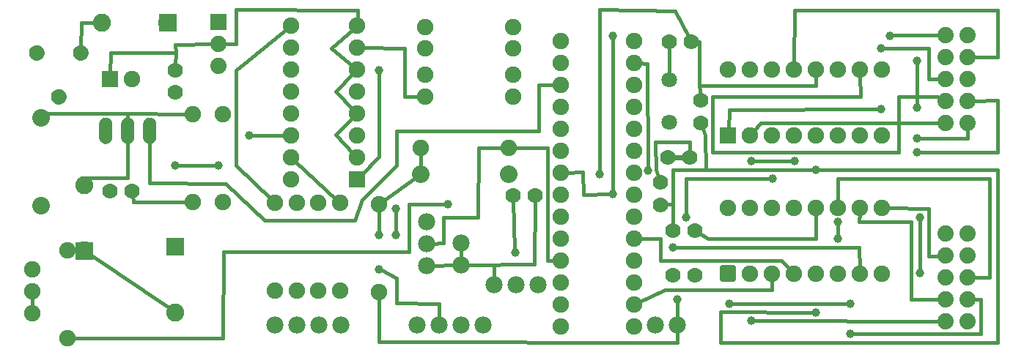
<source format=gtl>
G04 MADE WITH FRITZING*
G04 WWW.FRITZING.ORG*
G04 DOUBLE SIDED*
G04 HOLES PLATED*
G04 CONTOUR ON CENTER OF CONTOUR VECTOR*
%ASAXBY*%
%FSLAX23Y23*%
%MOIN*%
%OFA0B0*%
%SFA1.0B1.0*%
%ADD10C,0.039370*%
%ADD11C,0.070925*%
%ADD12C,0.070866*%
%ADD13C,0.070000*%
%ADD14C,0.082000*%
%ADD15C,0.078000*%
%ADD16C,0.075000*%
%ADD17C,0.074000*%
%ADD18C,0.060000*%
%ADD19C,0.080000*%
%ADD20C,0.074667*%
%ADD21C,0.074695*%
%ADD22R,0.082000X0.082000*%
%ADD23R,0.075000X0.075000*%
%ADD24R,0.000150X0.000150*%
%ADD25C,0.024000*%
%ADD26C,0.016000*%
%ADD27C,0.020000*%
%ADD28R,0.001000X0.001000*%
%LNCOPPER1*%
G90*
G70*
G54D10*
X2305Y449D03*
X3044Y234D03*
G54D11*
X3005Y1041D03*
G54D12*
X3005Y1234D03*
G54D13*
X3101Y880D03*
X3001Y880D03*
X3105Y1407D03*
X3005Y1407D03*
G54D10*
X4134Y966D03*
X4134Y1108D03*
X4008Y1435D03*
X4134Y903D03*
X3970Y1377D03*
X3379Y864D03*
X3575Y864D03*
X3279Y215D03*
X3831Y215D03*
X3831Y76D03*
X3772Y589D03*
X3772Y510D03*
X4146Y608D03*
X4146Y353D03*
X1686Y1277D03*
X1095Y982D03*
X957Y844D03*
X760Y844D03*
X3674Y825D03*
X2749Y1435D03*
X2749Y714D03*
X3083Y608D03*
X3477Y785D03*
X2910Y821D03*
X3379Y136D03*
X3674Y175D03*
X1764Y648D03*
X1764Y529D03*
X1686Y529D03*
X3969Y1100D03*
X3024Y470D03*
X2001Y667D03*
X2690Y805D03*
X1686Y372D03*
X4134Y1321D03*
G54D13*
X3022Y549D03*
X3123Y549D03*
X3150Y1039D03*
X3150Y1140D03*
G54D14*
X760Y475D03*
X760Y175D03*
G54D15*
X1512Y116D03*
X1412Y116D03*
X1312Y116D03*
X1212Y116D03*
X2409Y301D03*
X2309Y301D03*
X2209Y301D03*
X2944Y116D03*
X3044Y116D03*
X2060Y492D03*
X2060Y392D03*
X1902Y588D03*
X1902Y488D03*
X1902Y388D03*
G54D16*
X1876Y923D03*
X2276Y923D03*
X977Y1079D03*
X977Y679D03*
G54D17*
X4264Y1438D03*
X4364Y1438D03*
X4264Y1338D03*
X4364Y1338D03*
X4264Y1238D03*
X4364Y1238D03*
X4264Y1138D03*
X4364Y1138D03*
X4264Y1038D03*
X4364Y1038D03*
X4264Y1438D03*
X4364Y1438D03*
X4264Y1338D03*
X4364Y1338D03*
X4264Y1238D03*
X4364Y1238D03*
X4264Y1138D03*
X4364Y1138D03*
X4264Y1038D03*
X4364Y1038D03*
X4264Y533D03*
X4364Y533D03*
X4264Y433D03*
X4364Y433D03*
X4264Y333D03*
X4364Y333D03*
X4264Y233D03*
X4364Y233D03*
X4264Y133D03*
X4364Y133D03*
X4264Y533D03*
X4364Y533D03*
X4264Y433D03*
X4364Y433D03*
X4264Y333D03*
X4364Y333D03*
X4264Y233D03*
X4364Y233D03*
X4264Y133D03*
X4364Y133D03*
G54D15*
X1860Y116D03*
X1960Y116D03*
X2060Y116D03*
X2160Y116D03*
G54D16*
X2845Y111D03*
X2845Y211D03*
X2845Y311D03*
X2845Y411D03*
X2845Y511D03*
X2845Y611D03*
X2845Y711D03*
X2845Y811D03*
X2845Y911D03*
X2845Y1011D03*
X2845Y1111D03*
X2845Y1211D03*
X2845Y1311D03*
X2512Y1411D03*
X2512Y1311D03*
X2512Y1211D03*
X2512Y1111D03*
X2512Y1011D03*
X2512Y911D03*
X2512Y811D03*
X2512Y711D03*
X2512Y611D03*
X2512Y511D03*
X2512Y411D03*
X2512Y311D03*
X2512Y211D03*
X2512Y111D03*
X2845Y1411D03*
X2845Y111D03*
X2845Y211D03*
X2845Y311D03*
X2845Y411D03*
X2845Y511D03*
X2845Y611D03*
X2845Y711D03*
X2845Y811D03*
X2845Y911D03*
X2845Y1011D03*
X2845Y1111D03*
X2845Y1211D03*
X2845Y1311D03*
X2512Y1411D03*
X2512Y1311D03*
X2512Y1211D03*
X2512Y1111D03*
X2512Y1011D03*
X2512Y911D03*
X2512Y811D03*
X2512Y711D03*
X2512Y611D03*
X2512Y511D03*
X2512Y411D03*
X2512Y311D03*
X2512Y211D03*
X2512Y111D03*
X2845Y1411D03*
G54D17*
X957Y1497D03*
X957Y1397D03*
X957Y1297D03*
X957Y1497D03*
X957Y1397D03*
X957Y1297D03*
G54D16*
X1587Y781D03*
X1287Y781D03*
X1587Y881D03*
X1287Y881D03*
X1587Y981D03*
X1287Y981D03*
X1587Y1081D03*
X1287Y1081D03*
X1587Y1181D03*
X1287Y1181D03*
X1587Y1281D03*
X1287Y1281D03*
X1587Y1381D03*
X1287Y1381D03*
X1587Y1481D03*
X1287Y1481D03*
G54D13*
X331Y1356D03*
X131Y1356D03*
X231Y1156D03*
G54D16*
X3274Y352D03*
X3274Y652D03*
X3374Y352D03*
X3374Y652D03*
X3474Y352D03*
X3474Y652D03*
X3574Y352D03*
X3574Y652D03*
X3674Y352D03*
X3674Y652D03*
X3774Y352D03*
X3774Y652D03*
X3874Y352D03*
X3874Y652D03*
X3974Y352D03*
X3974Y652D03*
X3274Y982D03*
X3274Y1282D03*
X3374Y982D03*
X3374Y1282D03*
X3474Y982D03*
X3474Y1282D03*
X3574Y982D03*
X3574Y1282D03*
X3674Y982D03*
X3674Y1282D03*
X3774Y982D03*
X3774Y1282D03*
X3874Y982D03*
X3874Y1282D03*
X3974Y982D03*
X3974Y1282D03*
G54D14*
X724Y1494D03*
X426Y1494D03*
G54D18*
X644Y1002D03*
X544Y1002D03*
X444Y1002D03*
X644Y1002D03*
X544Y1002D03*
X444Y1002D03*
G54D16*
X464Y1238D03*
X564Y1238D03*
G54D13*
X760Y1279D03*
X760Y1179D03*
G54D16*
X1213Y674D03*
X1213Y274D03*
X1312Y674D03*
X1312Y274D03*
X1410Y674D03*
X1410Y274D03*
X1508Y674D03*
X1508Y274D03*
X2296Y1159D03*
X1896Y1159D03*
X2296Y1258D03*
X1896Y1258D03*
X2296Y1376D03*
X1896Y1376D03*
X2296Y1474D03*
X1896Y1474D03*
G54D19*
X150Y1061D03*
X150Y661D03*
G54D16*
X839Y1079D03*
X839Y679D03*
G54D13*
X463Y726D03*
X564Y726D03*
G54D14*
X347Y456D03*
X347Y754D03*
G54D19*
X2276Y805D03*
X1876Y805D03*
G54D13*
X2396Y707D03*
X2296Y707D03*
X2965Y665D03*
X2965Y766D03*
G54D16*
X1686Y667D03*
X1686Y267D03*
G54D13*
X3123Y344D03*
X3022Y344D03*
G54D16*
X268Y457D03*
X268Y57D03*
G54D20*
X111Y172D03*
X111Y272D03*
G54D21*
X111Y372D03*
G54D22*
X760Y475D03*
G54D23*
X1587Y781D03*
G54D24*
X1287Y1080D03*
X1287Y1181D03*
X3573Y652D03*
G54D23*
X3274Y982D03*
G54D24*
X3573Y1282D03*
G54D22*
X725Y1494D03*
G54D23*
X464Y1238D03*
G54D22*
X347Y455D03*
G54D25*
X3075Y880D02*
X3027Y880D01*
G54D26*
D02*
X3005Y1256D02*
X3005Y1387D01*
D02*
X3142Y1407D02*
X3125Y1407D01*
D02*
X3144Y1206D02*
X3142Y1407D01*
D02*
X3032Y1549D02*
X3095Y1426D01*
D02*
X3099Y951D02*
X3100Y900D01*
D02*
X2942Y951D02*
X3099Y951D01*
D02*
X2946Y825D02*
X2942Y951D01*
D02*
X2304Y462D02*
X2297Y686D01*
D02*
X2615Y710D02*
X2614Y813D01*
D02*
X2614Y813D02*
X2535Y812D01*
D02*
X2735Y714D02*
X2615Y710D01*
D02*
X2209Y326D02*
X2210Y392D01*
D02*
X2210Y392D02*
X2084Y392D01*
D02*
X2959Y785D02*
X2946Y825D01*
D02*
X3144Y1206D02*
X3148Y1160D01*
D02*
X3674Y1259D02*
X3674Y1207D01*
D02*
X3674Y1207D02*
X3144Y1206D01*
D02*
X3044Y141D02*
X3044Y221D01*
D02*
X3044Y38D02*
X1685Y41D01*
D02*
X1685Y41D02*
X1686Y244D01*
D02*
X3044Y91D02*
X3044Y38D01*
D02*
X3024Y667D02*
X3023Y570D01*
D02*
X2986Y666D02*
X3024Y667D01*
D02*
X4501Y904D02*
X4148Y903D01*
D02*
X4501Y1141D02*
X4501Y904D01*
D02*
X4390Y1139D02*
X4501Y1141D01*
D02*
X4239Y1438D02*
X4021Y1436D01*
D02*
X3818Y215D02*
X3293Y215D01*
D02*
X4422Y76D02*
X3845Y76D01*
D02*
X4422Y234D02*
X4422Y76D01*
D02*
X4462Y333D02*
X4462Y785D01*
D02*
X4462Y785D02*
X3772Y785D01*
D02*
X4390Y333D02*
X4462Y333D01*
D02*
X3772Y785D02*
X3773Y675D01*
D02*
X3562Y864D02*
X3393Y864D01*
D02*
X4146Y595D02*
X4146Y366D01*
D02*
X4106Y234D02*
X4106Y589D01*
D02*
X4106Y589D02*
X3871Y589D01*
D02*
X4239Y233D02*
X4106Y234D01*
D02*
X3871Y589D02*
X3873Y629D01*
D02*
X4185Y430D02*
X4185Y648D01*
D02*
X4239Y432D02*
X4185Y430D01*
D02*
X4185Y648D02*
X3997Y652D01*
D02*
X3772Y523D02*
X3772Y575D01*
D02*
X4390Y233D02*
X4422Y234D01*
D02*
X2867Y1310D02*
X2906Y1309D01*
D02*
X1470Y1376D02*
X1569Y1295D01*
D02*
X1570Y1465D02*
X1470Y1376D01*
D02*
X1685Y884D02*
X1603Y797D01*
D02*
X1686Y1264D02*
X1685Y884D01*
D02*
X1264Y981D02*
X1109Y982D01*
D02*
X944Y844D02*
X774Y844D01*
D02*
X3275Y1005D02*
X3281Y1099D01*
D02*
X3281Y1099D02*
X3956Y1100D01*
D02*
X3170Y982D02*
X3174Y824D01*
D02*
X3157Y1020D02*
X3170Y982D01*
D02*
X3174Y824D02*
X3660Y825D01*
D02*
X2749Y1422D02*
X2749Y728D01*
D02*
X3024Y824D02*
X3174Y824D01*
D02*
X3024Y667D02*
X3024Y824D01*
D02*
X3023Y570D02*
X3024Y667D01*
D02*
X3083Y785D02*
X3464Y785D01*
D02*
X3083Y622D02*
X3083Y785D01*
D02*
X2906Y1309D02*
X2910Y834D01*
D02*
X4239Y133D02*
X3392Y136D01*
D02*
X4501Y825D02*
X3687Y825D01*
D02*
X3241Y177D02*
X3241Y38D01*
D02*
X3241Y38D02*
X4501Y38D01*
D02*
X4501Y38D02*
X4501Y825D01*
D02*
X3241Y177D02*
X3660Y175D01*
D02*
X1489Y984D02*
X1571Y897D01*
D02*
X1571Y1064D02*
X1489Y984D01*
D02*
X1489Y1181D02*
X1571Y1097D01*
D02*
X1571Y1264D02*
X1489Y1181D01*
D02*
X1764Y634D02*
X1764Y543D01*
D02*
X1686Y644D02*
X1686Y543D01*
D02*
X760Y1395D02*
X932Y1397D01*
D02*
X762Y1357D02*
X760Y1395D01*
D02*
X761Y1300D02*
X762Y1357D01*
D02*
X466Y1357D02*
X762Y1357D01*
D02*
X464Y1261D02*
X466Y1357D01*
D02*
X568Y679D02*
X565Y706D01*
D02*
X816Y679D02*
X568Y679D01*
D02*
X332Y1494D02*
X399Y1494D01*
D02*
X331Y1377D02*
X332Y1494D01*
D02*
X347Y786D02*
X347Y780D01*
D02*
X544Y786D02*
X347Y786D01*
D02*
X544Y976D02*
X544Y786D01*
D02*
X544Y1081D02*
X544Y1027D01*
D02*
X816Y1079D02*
X544Y1081D01*
D02*
X543Y1081D02*
X544Y1027D01*
D02*
X170Y1081D02*
X543Y1081D01*
D02*
X168Y1079D02*
X170Y1081D01*
D02*
X3576Y1552D02*
X3574Y1305D01*
D02*
X4501Y1552D02*
X3576Y1552D01*
D02*
X4501Y1336D02*
X4501Y1552D01*
D02*
X4390Y1338D02*
X4501Y1336D01*
D02*
X2985Y277D02*
X3473Y277D01*
D02*
X2865Y221D02*
X2985Y277D01*
D02*
X3473Y277D02*
X3474Y329D01*
D02*
X1304Y865D02*
X1492Y689D01*
D02*
X1804Y1159D02*
X1873Y1159D01*
D02*
X1804Y1376D02*
X1804Y1159D01*
D02*
X1610Y1380D02*
X1804Y1376D01*
D02*
X4239Y1038D02*
X3422Y1037D01*
D02*
X4048Y1159D02*
X4049Y904D01*
D02*
X4225Y1159D02*
X4048Y1159D01*
D02*
X4242Y1150D02*
X4225Y1159D01*
D02*
X3422Y1037D02*
X3389Y1000D01*
D02*
X3202Y1158D02*
X3875Y1159D01*
D02*
X3202Y904D02*
X3202Y1158D01*
D02*
X4049Y904D02*
X3202Y904D01*
D02*
X3875Y1159D02*
X3874Y1259D01*
D02*
X4239Y1238D02*
X4186Y1237D01*
D02*
X4186Y1377D02*
X3983Y1377D01*
D02*
X4186Y1237D02*
X4186Y1377D01*
D02*
X2867Y511D02*
X2966Y510D01*
D02*
X3517Y411D02*
X3558Y369D01*
D02*
X2965Y412D02*
X3517Y411D01*
D02*
X2966Y510D02*
X2965Y412D01*
D02*
X3038Y470D02*
X3870Y471D01*
D02*
X1036Y844D02*
X1197Y690D01*
D02*
X1269Y1466D02*
X1035Y1278D01*
D02*
X1035Y1278D02*
X1036Y844D01*
D02*
X3870Y471D02*
X3873Y375D01*
D02*
X2452Y412D02*
X2452Y924D01*
D02*
X2452Y924D02*
X2299Y923D01*
D02*
X2490Y412D02*
X2452Y412D01*
D02*
X2137Y607D02*
X2139Y923D01*
D02*
X1981Y608D02*
X2137Y607D01*
D02*
X2139Y923D02*
X2253Y923D01*
D02*
X1981Y490D02*
X1981Y608D01*
D02*
X1927Y489D02*
X1981Y490D01*
D02*
X2414Y1002D02*
X1765Y1001D01*
D02*
X2413Y1211D02*
X2414Y1002D01*
D02*
X2490Y1211D02*
X2413Y1211D01*
D02*
X1765Y1001D02*
X1765Y845D01*
D02*
X1608Y687D02*
X1575Y594D01*
D02*
X989Y762D02*
X642Y765D01*
D02*
X642Y765D02*
X644Y976D01*
D02*
X1167Y594D02*
X989Y762D01*
D02*
X1575Y594D02*
X1167Y594D01*
D02*
X1765Y845D02*
X1608Y687D01*
D02*
X1824Y668D02*
X1823Y450D01*
D02*
X1987Y667D02*
X1824Y668D01*
D02*
X738Y190D02*
X369Y441D01*
D02*
X1823Y450D02*
X978Y450D01*
D02*
X976Y58D02*
X291Y57D01*
D02*
X978Y450D02*
X976Y58D01*
D02*
X2060Y416D02*
X2060Y467D01*
D02*
X1927Y389D02*
X2035Y391D01*
D02*
X2688Y1553D02*
X2690Y818D01*
D02*
X3182Y510D02*
X3140Y538D01*
D02*
X3674Y510D02*
X3182Y510D01*
D02*
X3674Y629D02*
X3674Y510D01*
D02*
X3032Y1549D02*
X2688Y1553D01*
D02*
X1856Y790D02*
X1704Y681D01*
D02*
X1876Y900D02*
X1876Y831D01*
D02*
X1765Y216D02*
X1765Y332D01*
D02*
X1765Y332D02*
X1698Y366D01*
D02*
X1958Y214D02*
X1765Y216D01*
D02*
X1959Y141D02*
X1958Y214D01*
D02*
X111Y198D02*
X111Y246D01*
D02*
X2084Y392D02*
X2394Y393D01*
D02*
X2394Y393D02*
X2396Y686D01*
D02*
X1588Y1552D02*
X1035Y1553D01*
D02*
X1035Y1397D02*
X983Y1397D01*
D02*
X1035Y1553D02*
X1035Y1397D01*
D02*
X1588Y1504D02*
X1588Y1552D01*
D02*
X4134Y1122D02*
X4134Y1307D01*
D02*
X4363Y966D02*
X4148Y966D01*
D02*
X4364Y1013D02*
X4363Y966D01*
G54D27*
X3246Y380D02*
X3301Y380D01*
X3301Y325D01*
X3246Y325D01*
X3246Y380D01*
D02*
G54D28*
X920Y1534D02*
X993Y1534D01*
X920Y1533D02*
X993Y1533D01*
X920Y1532D02*
X993Y1532D01*
X920Y1531D02*
X993Y1531D01*
X920Y1530D02*
X993Y1530D01*
X920Y1529D02*
X993Y1529D01*
X920Y1528D02*
X993Y1528D01*
X920Y1527D02*
X993Y1527D01*
X920Y1526D02*
X993Y1526D01*
X920Y1525D02*
X993Y1525D01*
X920Y1524D02*
X993Y1524D01*
X920Y1523D02*
X993Y1523D01*
X920Y1522D02*
X993Y1522D01*
X920Y1521D02*
X993Y1521D01*
X920Y1520D02*
X993Y1520D01*
X920Y1519D02*
X993Y1519D01*
X920Y1518D02*
X993Y1518D01*
X920Y1517D02*
X993Y1517D01*
X920Y1516D02*
X951Y1516D01*
X963Y1516D02*
X993Y1516D01*
X920Y1515D02*
X948Y1515D01*
X965Y1515D02*
X993Y1515D01*
X920Y1514D02*
X946Y1514D01*
X967Y1514D02*
X993Y1514D01*
X920Y1513D02*
X945Y1513D01*
X969Y1513D02*
X993Y1513D01*
X920Y1512D02*
X943Y1512D01*
X970Y1512D02*
X993Y1512D01*
X920Y1511D02*
X942Y1511D01*
X971Y1511D02*
X993Y1511D01*
X920Y1510D02*
X941Y1510D01*
X972Y1510D02*
X993Y1510D01*
X920Y1509D02*
X941Y1509D01*
X973Y1509D02*
X993Y1509D01*
X920Y1508D02*
X940Y1508D01*
X974Y1508D02*
X993Y1508D01*
X920Y1507D02*
X939Y1507D01*
X974Y1507D02*
X993Y1507D01*
X920Y1506D02*
X939Y1506D01*
X975Y1506D02*
X993Y1506D01*
X920Y1505D02*
X938Y1505D01*
X975Y1505D02*
X993Y1505D01*
X920Y1504D02*
X938Y1504D01*
X976Y1504D02*
X993Y1504D01*
X920Y1503D02*
X937Y1503D01*
X976Y1503D02*
X993Y1503D01*
X920Y1502D02*
X937Y1502D01*
X976Y1502D02*
X993Y1502D01*
X920Y1501D02*
X937Y1501D01*
X976Y1501D02*
X993Y1501D01*
X920Y1500D02*
X937Y1500D01*
X977Y1500D02*
X993Y1500D01*
X920Y1499D02*
X937Y1499D01*
X977Y1499D02*
X993Y1499D01*
X920Y1498D02*
X937Y1498D01*
X977Y1498D02*
X993Y1498D01*
X920Y1497D02*
X937Y1497D01*
X977Y1497D02*
X993Y1497D01*
X920Y1496D02*
X937Y1496D01*
X977Y1496D02*
X993Y1496D01*
X920Y1495D02*
X937Y1495D01*
X977Y1495D02*
X993Y1495D01*
X920Y1494D02*
X937Y1494D01*
X977Y1494D02*
X993Y1494D01*
X920Y1493D02*
X937Y1493D01*
X976Y1493D02*
X993Y1493D01*
X920Y1492D02*
X937Y1492D01*
X976Y1492D02*
X993Y1492D01*
X920Y1491D02*
X938Y1491D01*
X976Y1491D02*
X993Y1491D01*
X920Y1490D02*
X938Y1490D01*
X975Y1490D02*
X993Y1490D01*
X920Y1489D02*
X938Y1489D01*
X975Y1489D02*
X993Y1489D01*
X920Y1488D02*
X939Y1488D01*
X974Y1488D02*
X993Y1488D01*
X920Y1487D02*
X939Y1487D01*
X974Y1487D02*
X993Y1487D01*
X920Y1486D02*
X940Y1486D01*
X973Y1486D02*
X993Y1486D01*
X920Y1485D02*
X941Y1485D01*
X973Y1485D02*
X993Y1485D01*
X920Y1484D02*
X942Y1484D01*
X972Y1484D02*
X993Y1484D01*
X920Y1483D02*
X943Y1483D01*
X971Y1483D02*
X993Y1483D01*
X920Y1482D02*
X944Y1482D01*
X970Y1482D02*
X993Y1482D01*
X920Y1481D02*
X945Y1481D01*
X968Y1481D02*
X993Y1481D01*
X920Y1480D02*
X947Y1480D01*
X967Y1480D02*
X993Y1480D01*
X920Y1479D02*
X949Y1479D01*
X965Y1479D02*
X993Y1479D01*
X920Y1478D02*
X952Y1478D01*
X961Y1478D02*
X993Y1478D01*
X920Y1477D02*
X993Y1477D01*
X920Y1476D02*
X993Y1476D01*
X920Y1475D02*
X993Y1475D01*
X920Y1474D02*
X993Y1474D01*
X920Y1473D02*
X993Y1473D01*
X920Y1472D02*
X993Y1472D01*
X920Y1471D02*
X993Y1471D01*
X920Y1470D02*
X993Y1470D01*
X920Y1469D02*
X993Y1469D01*
X920Y1468D02*
X993Y1468D01*
X920Y1467D02*
X993Y1467D01*
X920Y1466D02*
X993Y1466D01*
X920Y1465D02*
X993Y1465D01*
X920Y1464D02*
X993Y1464D01*
X920Y1463D02*
X993Y1463D01*
X920Y1462D02*
X993Y1462D01*
X920Y1461D02*
X993Y1461D01*
X127Y1391D02*
X133Y1391D01*
X327Y1391D02*
X333Y1391D01*
X122Y1390D02*
X138Y1390D01*
X322Y1390D02*
X338Y1390D01*
X119Y1389D02*
X141Y1389D01*
X319Y1389D02*
X341Y1389D01*
X116Y1388D02*
X144Y1388D01*
X316Y1388D02*
X344Y1388D01*
X114Y1387D02*
X146Y1387D01*
X314Y1387D02*
X346Y1387D01*
X112Y1386D02*
X148Y1386D01*
X312Y1386D02*
X348Y1386D01*
X111Y1385D02*
X149Y1385D01*
X311Y1385D02*
X349Y1385D01*
X109Y1384D02*
X151Y1384D01*
X309Y1384D02*
X351Y1384D01*
X108Y1383D02*
X152Y1383D01*
X308Y1383D02*
X352Y1383D01*
X107Y1382D02*
X153Y1382D01*
X307Y1382D02*
X353Y1382D01*
X106Y1381D02*
X154Y1381D01*
X306Y1381D02*
X354Y1381D01*
X105Y1380D02*
X155Y1380D01*
X305Y1380D02*
X355Y1380D01*
X104Y1379D02*
X156Y1379D01*
X304Y1379D02*
X356Y1379D01*
X103Y1378D02*
X157Y1378D01*
X303Y1378D02*
X357Y1378D01*
X102Y1377D02*
X158Y1377D01*
X302Y1377D02*
X358Y1377D01*
X102Y1376D02*
X158Y1376D01*
X302Y1376D02*
X358Y1376D01*
X101Y1375D02*
X159Y1375D01*
X301Y1375D02*
X359Y1375D01*
X101Y1374D02*
X159Y1374D01*
X301Y1374D02*
X359Y1374D01*
X100Y1373D02*
X160Y1373D01*
X300Y1373D02*
X360Y1373D01*
X99Y1372D02*
X161Y1372D01*
X299Y1372D02*
X361Y1372D01*
X99Y1371D02*
X126Y1371D01*
X134Y1371D02*
X161Y1371D01*
X299Y1371D02*
X326Y1371D01*
X334Y1371D02*
X361Y1371D01*
X99Y1370D02*
X123Y1370D01*
X137Y1370D02*
X162Y1370D01*
X299Y1370D02*
X323Y1370D01*
X337Y1370D02*
X361Y1370D01*
X98Y1369D02*
X121Y1369D01*
X139Y1369D02*
X162Y1369D01*
X298Y1369D02*
X321Y1369D01*
X339Y1369D02*
X362Y1369D01*
X98Y1368D02*
X120Y1368D01*
X140Y1368D02*
X162Y1368D01*
X298Y1368D02*
X320Y1368D01*
X340Y1368D02*
X362Y1368D01*
X97Y1367D02*
X119Y1367D01*
X141Y1367D02*
X163Y1367D01*
X297Y1367D02*
X319Y1367D01*
X341Y1367D02*
X363Y1367D01*
X97Y1366D02*
X118Y1366D01*
X142Y1366D02*
X163Y1366D01*
X297Y1366D02*
X318Y1366D01*
X342Y1366D02*
X363Y1366D01*
X97Y1365D02*
X117Y1365D01*
X143Y1365D02*
X163Y1365D01*
X297Y1365D02*
X317Y1365D01*
X343Y1365D02*
X363Y1365D01*
X97Y1364D02*
X117Y1364D01*
X143Y1364D02*
X164Y1364D01*
X297Y1364D02*
X317Y1364D01*
X343Y1364D02*
X363Y1364D01*
X96Y1363D02*
X116Y1363D01*
X144Y1363D02*
X164Y1363D01*
X296Y1363D02*
X316Y1363D01*
X344Y1363D02*
X364Y1363D01*
X96Y1362D02*
X115Y1362D01*
X145Y1362D02*
X164Y1362D01*
X296Y1362D02*
X315Y1362D01*
X345Y1362D02*
X364Y1362D01*
X96Y1361D02*
X115Y1361D01*
X145Y1361D02*
X164Y1361D01*
X296Y1361D02*
X315Y1361D01*
X345Y1361D02*
X364Y1361D01*
X96Y1360D02*
X115Y1360D01*
X145Y1360D02*
X164Y1360D01*
X296Y1360D02*
X315Y1360D01*
X345Y1360D02*
X364Y1360D01*
X96Y1359D02*
X115Y1359D01*
X145Y1359D02*
X164Y1359D01*
X296Y1359D02*
X315Y1359D01*
X345Y1359D02*
X364Y1359D01*
X96Y1358D02*
X115Y1358D01*
X145Y1358D02*
X164Y1358D01*
X296Y1358D02*
X315Y1358D01*
X345Y1358D02*
X364Y1358D01*
X96Y1357D02*
X115Y1357D01*
X145Y1357D02*
X164Y1357D01*
X296Y1357D02*
X315Y1357D01*
X345Y1357D02*
X364Y1357D01*
X96Y1356D02*
X115Y1356D01*
X146Y1356D02*
X165Y1356D01*
X296Y1356D02*
X315Y1356D01*
X345Y1356D02*
X364Y1356D01*
X96Y1355D02*
X115Y1355D01*
X145Y1355D02*
X164Y1355D01*
X296Y1355D02*
X315Y1355D01*
X345Y1355D02*
X364Y1355D01*
X96Y1354D02*
X115Y1354D01*
X145Y1354D02*
X164Y1354D01*
X296Y1354D02*
X315Y1354D01*
X345Y1354D02*
X364Y1354D01*
X96Y1353D02*
X115Y1353D01*
X145Y1353D02*
X164Y1353D01*
X296Y1353D02*
X315Y1353D01*
X345Y1353D02*
X364Y1353D01*
X96Y1352D02*
X115Y1352D01*
X145Y1352D02*
X164Y1352D01*
X296Y1352D02*
X315Y1352D01*
X345Y1352D02*
X364Y1352D01*
X96Y1351D02*
X115Y1351D01*
X145Y1351D02*
X164Y1351D01*
X296Y1351D02*
X315Y1351D01*
X345Y1351D02*
X364Y1351D01*
X96Y1350D02*
X116Y1350D01*
X144Y1350D02*
X164Y1350D01*
X296Y1350D02*
X316Y1350D01*
X344Y1350D02*
X364Y1350D01*
X96Y1349D02*
X116Y1349D01*
X144Y1349D02*
X164Y1349D01*
X296Y1349D02*
X316Y1349D01*
X344Y1349D02*
X364Y1349D01*
X97Y1348D02*
X117Y1348D01*
X143Y1348D02*
X163Y1348D01*
X297Y1348D02*
X317Y1348D01*
X343Y1348D02*
X363Y1348D01*
X97Y1347D02*
X118Y1347D01*
X142Y1347D02*
X163Y1347D01*
X297Y1347D02*
X318Y1347D01*
X342Y1347D02*
X363Y1347D01*
X97Y1346D02*
X119Y1346D01*
X141Y1346D02*
X163Y1346D01*
X297Y1346D02*
X319Y1346D01*
X341Y1346D02*
X363Y1346D01*
X98Y1345D02*
X120Y1345D01*
X140Y1345D02*
X162Y1345D01*
X298Y1345D02*
X320Y1345D01*
X340Y1345D02*
X362Y1345D01*
X98Y1344D02*
X121Y1344D01*
X139Y1344D02*
X162Y1344D01*
X298Y1344D02*
X321Y1344D01*
X339Y1344D02*
X362Y1344D01*
X98Y1343D02*
X122Y1343D01*
X138Y1343D02*
X162Y1343D01*
X298Y1343D02*
X322Y1343D01*
X338Y1343D02*
X362Y1343D01*
X99Y1342D02*
X125Y1342D01*
X135Y1342D02*
X161Y1342D01*
X299Y1342D02*
X325Y1342D01*
X335Y1342D02*
X361Y1342D01*
X99Y1341D02*
X161Y1341D01*
X299Y1341D02*
X361Y1341D01*
X100Y1340D02*
X160Y1340D01*
X300Y1340D02*
X360Y1340D01*
X100Y1339D02*
X160Y1339D01*
X300Y1339D02*
X360Y1339D01*
X101Y1338D02*
X159Y1338D01*
X301Y1338D02*
X359Y1338D01*
X101Y1337D02*
X159Y1337D01*
X301Y1337D02*
X359Y1337D01*
X102Y1336D02*
X158Y1336D01*
X302Y1336D02*
X358Y1336D01*
X103Y1335D02*
X157Y1335D01*
X303Y1335D02*
X357Y1335D01*
X104Y1334D02*
X156Y1334D01*
X304Y1334D02*
X356Y1334D01*
X104Y1333D02*
X156Y1333D01*
X304Y1333D02*
X356Y1333D01*
X105Y1332D02*
X155Y1332D01*
X305Y1332D02*
X355Y1332D01*
X106Y1331D02*
X154Y1331D01*
X306Y1331D02*
X354Y1331D01*
X108Y1330D02*
X153Y1330D01*
X307Y1330D02*
X353Y1330D01*
X109Y1329D02*
X151Y1329D01*
X309Y1329D02*
X351Y1329D01*
X110Y1328D02*
X150Y1328D01*
X310Y1328D02*
X350Y1328D01*
X112Y1327D02*
X148Y1327D01*
X312Y1327D02*
X348Y1327D01*
X113Y1326D02*
X147Y1326D01*
X313Y1326D02*
X347Y1326D01*
X115Y1325D02*
X145Y1325D01*
X315Y1325D02*
X345Y1325D01*
X118Y1324D02*
X142Y1324D01*
X318Y1324D02*
X342Y1324D01*
X120Y1323D02*
X140Y1323D01*
X320Y1323D02*
X340Y1323D01*
X124Y1322D02*
X136Y1322D01*
X324Y1322D02*
X336Y1322D01*
X226Y1191D02*
X234Y1191D01*
X222Y1190D02*
X238Y1190D01*
X219Y1189D02*
X241Y1189D01*
X216Y1188D02*
X244Y1188D01*
X214Y1187D02*
X246Y1187D01*
X212Y1186D02*
X248Y1186D01*
X211Y1185D02*
X249Y1185D01*
X209Y1184D02*
X251Y1184D01*
X208Y1183D02*
X252Y1183D01*
X207Y1182D02*
X253Y1182D01*
X206Y1181D02*
X254Y1181D01*
X205Y1180D02*
X255Y1180D01*
X204Y1179D02*
X256Y1179D01*
X203Y1178D02*
X257Y1178D01*
X202Y1177D02*
X258Y1177D01*
X202Y1176D02*
X258Y1176D01*
X201Y1175D02*
X259Y1175D01*
X201Y1174D02*
X260Y1174D01*
X200Y1173D02*
X260Y1173D01*
X199Y1172D02*
X261Y1172D01*
X199Y1171D02*
X226Y1171D01*
X234Y1171D02*
X261Y1171D01*
X198Y1170D02*
X223Y1170D01*
X237Y1170D02*
X262Y1170D01*
X198Y1169D02*
X221Y1169D01*
X239Y1169D02*
X262Y1169D01*
X198Y1168D02*
X220Y1168D01*
X240Y1168D02*
X262Y1168D01*
X197Y1167D02*
X219Y1167D01*
X241Y1167D02*
X263Y1167D01*
X197Y1166D02*
X218Y1166D01*
X242Y1166D02*
X263Y1166D01*
X197Y1165D02*
X217Y1165D01*
X243Y1165D02*
X263Y1165D01*
X197Y1164D02*
X217Y1164D01*
X244Y1164D02*
X264Y1164D01*
X196Y1163D02*
X216Y1163D01*
X244Y1163D02*
X264Y1163D01*
X196Y1162D02*
X215Y1162D01*
X245Y1162D02*
X264Y1162D01*
X196Y1161D02*
X215Y1161D01*
X245Y1161D02*
X264Y1161D01*
X196Y1160D02*
X215Y1160D01*
X245Y1160D02*
X264Y1160D01*
X196Y1159D02*
X215Y1159D01*
X245Y1159D02*
X264Y1159D01*
X196Y1158D02*
X215Y1158D01*
X245Y1158D02*
X264Y1158D01*
X196Y1157D02*
X215Y1157D01*
X245Y1157D02*
X264Y1157D01*
X196Y1156D02*
X215Y1156D01*
X245Y1156D02*
X264Y1156D01*
X196Y1155D02*
X215Y1155D01*
X245Y1155D02*
X264Y1155D01*
X196Y1154D02*
X215Y1154D01*
X245Y1154D02*
X264Y1154D01*
X196Y1153D02*
X215Y1153D01*
X245Y1153D02*
X264Y1153D01*
X196Y1152D02*
X215Y1152D01*
X245Y1152D02*
X264Y1152D01*
X196Y1151D02*
X215Y1151D01*
X245Y1151D02*
X264Y1151D01*
X196Y1150D02*
X216Y1150D01*
X244Y1150D02*
X264Y1150D01*
X196Y1149D02*
X216Y1149D01*
X244Y1149D02*
X264Y1149D01*
X197Y1148D02*
X217Y1148D01*
X243Y1148D02*
X263Y1148D01*
X197Y1147D02*
X218Y1147D01*
X242Y1147D02*
X263Y1147D01*
X197Y1146D02*
X219Y1146D01*
X241Y1146D02*
X263Y1146D01*
X198Y1145D02*
X220Y1145D01*
X240Y1145D02*
X262Y1145D01*
X198Y1144D02*
X221Y1144D01*
X239Y1144D02*
X262Y1144D01*
X198Y1143D02*
X222Y1143D01*
X238Y1143D02*
X262Y1143D01*
X199Y1142D02*
X225Y1142D01*
X235Y1142D02*
X261Y1142D01*
X199Y1141D02*
X261Y1141D01*
X200Y1140D02*
X260Y1140D01*
X200Y1139D02*
X260Y1139D01*
X201Y1138D02*
X259Y1138D01*
X201Y1137D02*
X259Y1137D01*
X202Y1136D02*
X258Y1136D01*
X203Y1135D02*
X257Y1135D01*
X204Y1134D02*
X256Y1134D01*
X205Y1133D02*
X256Y1133D01*
X205Y1132D02*
X255Y1132D01*
X206Y1131D02*
X254Y1131D01*
X208Y1130D02*
X252Y1130D01*
X209Y1129D02*
X251Y1129D01*
X210Y1128D02*
X250Y1128D01*
X212Y1127D02*
X248Y1127D01*
X213Y1126D02*
X247Y1126D01*
X215Y1125D02*
X245Y1125D01*
X218Y1124D02*
X242Y1124D01*
X220Y1123D02*
X240Y1123D01*
X224Y1122D02*
X236Y1122D01*
X443Y1062D02*
X444Y1062D01*
X543Y1062D02*
X544Y1062D01*
X643Y1062D02*
X644Y1062D01*
X436Y1061D02*
X451Y1061D01*
X536Y1061D02*
X551Y1061D01*
X636Y1061D02*
X651Y1061D01*
X433Y1060D02*
X454Y1060D01*
X533Y1060D02*
X554Y1060D01*
X633Y1060D02*
X654Y1060D01*
X431Y1059D02*
X456Y1059D01*
X531Y1059D02*
X556Y1059D01*
X631Y1059D02*
X656Y1059D01*
X429Y1058D02*
X458Y1058D01*
X529Y1058D02*
X558Y1058D01*
X629Y1058D02*
X658Y1058D01*
X427Y1057D02*
X460Y1057D01*
X527Y1057D02*
X560Y1057D01*
X627Y1057D02*
X660Y1057D01*
X426Y1056D02*
X461Y1056D01*
X526Y1056D02*
X561Y1056D01*
X626Y1056D02*
X661Y1056D01*
X425Y1055D02*
X462Y1055D01*
X525Y1055D02*
X562Y1055D01*
X625Y1055D02*
X662Y1055D01*
X423Y1054D02*
X463Y1054D01*
X523Y1054D02*
X563Y1054D01*
X623Y1054D02*
X663Y1054D01*
X422Y1053D02*
X464Y1053D01*
X522Y1053D02*
X564Y1053D01*
X622Y1053D02*
X664Y1053D01*
X422Y1052D02*
X465Y1052D01*
X521Y1052D02*
X565Y1052D01*
X621Y1052D02*
X665Y1052D01*
X421Y1051D02*
X466Y1051D01*
X521Y1051D02*
X566Y1051D01*
X621Y1051D02*
X666Y1051D01*
X420Y1050D02*
X467Y1050D01*
X520Y1050D02*
X567Y1050D01*
X620Y1050D02*
X667Y1050D01*
X419Y1049D02*
X468Y1049D01*
X519Y1049D02*
X568Y1049D01*
X619Y1049D02*
X668Y1049D01*
X418Y1048D02*
X468Y1048D01*
X518Y1048D02*
X568Y1048D01*
X618Y1048D02*
X668Y1048D01*
X418Y1047D02*
X469Y1047D01*
X518Y1047D02*
X569Y1047D01*
X618Y1047D02*
X669Y1047D01*
X417Y1046D02*
X469Y1046D01*
X517Y1046D02*
X569Y1046D01*
X617Y1046D02*
X669Y1046D01*
X417Y1045D02*
X470Y1045D01*
X517Y1045D02*
X570Y1045D01*
X617Y1045D02*
X670Y1045D01*
X416Y1044D02*
X470Y1044D01*
X516Y1044D02*
X570Y1044D01*
X616Y1044D02*
X670Y1044D01*
X416Y1043D02*
X471Y1043D01*
X516Y1043D02*
X571Y1043D01*
X616Y1043D02*
X671Y1043D01*
X416Y1042D02*
X471Y1042D01*
X516Y1042D02*
X571Y1042D01*
X616Y1042D02*
X671Y1042D01*
X415Y1041D02*
X472Y1041D01*
X515Y1041D02*
X571Y1041D01*
X615Y1041D02*
X671Y1041D01*
X415Y1040D02*
X472Y1040D01*
X515Y1040D02*
X572Y1040D01*
X615Y1040D02*
X672Y1040D01*
X415Y1039D02*
X472Y1039D01*
X515Y1039D02*
X572Y1039D01*
X615Y1039D02*
X672Y1039D01*
X414Y1038D02*
X472Y1038D01*
X514Y1038D02*
X572Y1038D01*
X614Y1038D02*
X672Y1038D01*
X414Y1037D02*
X472Y1037D01*
X514Y1037D02*
X572Y1037D01*
X614Y1037D02*
X672Y1037D01*
X414Y1036D02*
X473Y1036D01*
X514Y1036D02*
X573Y1036D01*
X614Y1036D02*
X673Y1036D01*
X414Y1035D02*
X473Y1035D01*
X514Y1035D02*
X573Y1035D01*
X614Y1035D02*
X673Y1035D01*
X414Y1034D02*
X473Y1034D01*
X514Y1034D02*
X573Y1034D01*
X614Y1034D02*
X673Y1034D01*
X414Y1033D02*
X473Y1033D01*
X514Y1033D02*
X573Y1033D01*
X614Y1033D02*
X673Y1033D01*
X414Y1032D02*
X473Y1032D01*
X514Y1032D02*
X573Y1032D01*
X614Y1032D02*
X673Y1032D01*
X414Y1031D02*
X473Y1031D01*
X514Y1031D02*
X573Y1031D01*
X614Y1031D02*
X673Y1031D01*
X414Y1030D02*
X473Y1030D01*
X514Y1030D02*
X573Y1030D01*
X614Y1030D02*
X673Y1030D01*
X414Y1029D02*
X473Y1029D01*
X514Y1029D02*
X573Y1029D01*
X614Y1029D02*
X673Y1029D01*
X414Y1028D02*
X473Y1028D01*
X514Y1028D02*
X573Y1028D01*
X614Y1028D02*
X673Y1028D01*
X414Y1027D02*
X473Y1027D01*
X514Y1027D02*
X573Y1027D01*
X614Y1027D02*
X673Y1027D01*
X414Y1026D02*
X473Y1026D01*
X514Y1026D02*
X573Y1026D01*
X614Y1026D02*
X673Y1026D01*
X414Y1025D02*
X473Y1025D01*
X514Y1025D02*
X573Y1025D01*
X614Y1025D02*
X673Y1025D01*
X414Y1024D02*
X473Y1024D01*
X514Y1024D02*
X573Y1024D01*
X614Y1024D02*
X673Y1024D01*
X414Y1023D02*
X473Y1023D01*
X514Y1023D02*
X573Y1023D01*
X614Y1023D02*
X673Y1023D01*
X414Y1022D02*
X442Y1022D01*
X444Y1022D02*
X473Y1022D01*
X514Y1022D02*
X542Y1022D01*
X544Y1022D02*
X573Y1022D01*
X614Y1022D02*
X642Y1022D01*
X644Y1022D02*
X673Y1022D01*
X414Y1021D02*
X437Y1021D01*
X450Y1021D02*
X473Y1021D01*
X514Y1021D02*
X537Y1021D01*
X550Y1021D02*
X573Y1021D01*
X614Y1021D02*
X637Y1021D01*
X650Y1021D02*
X673Y1021D01*
X414Y1020D02*
X434Y1020D01*
X453Y1020D02*
X473Y1020D01*
X514Y1020D02*
X534Y1020D01*
X553Y1020D02*
X573Y1020D01*
X614Y1020D02*
X634Y1020D01*
X653Y1020D02*
X673Y1020D01*
X414Y1019D02*
X432Y1019D01*
X454Y1019D02*
X473Y1019D01*
X514Y1019D02*
X532Y1019D01*
X554Y1019D02*
X573Y1019D01*
X614Y1019D02*
X632Y1019D01*
X654Y1019D02*
X673Y1019D01*
X414Y1018D02*
X431Y1018D01*
X456Y1018D02*
X473Y1018D01*
X514Y1018D02*
X531Y1018D01*
X556Y1018D02*
X573Y1018D01*
X614Y1018D02*
X631Y1018D01*
X656Y1018D02*
X673Y1018D01*
X414Y1017D02*
X430Y1017D01*
X457Y1017D02*
X473Y1017D01*
X514Y1017D02*
X530Y1017D01*
X557Y1017D02*
X573Y1017D01*
X614Y1017D02*
X630Y1017D01*
X657Y1017D02*
X673Y1017D01*
X414Y1016D02*
X429Y1016D01*
X458Y1016D02*
X473Y1016D01*
X514Y1016D02*
X529Y1016D01*
X558Y1016D02*
X573Y1016D01*
X614Y1016D02*
X629Y1016D01*
X658Y1016D02*
X673Y1016D01*
X414Y1015D02*
X428Y1015D01*
X459Y1015D02*
X473Y1015D01*
X514Y1015D02*
X528Y1015D01*
X559Y1015D02*
X573Y1015D01*
X614Y1015D02*
X628Y1015D01*
X659Y1015D02*
X673Y1015D01*
X414Y1014D02*
X427Y1014D01*
X460Y1014D02*
X473Y1014D01*
X514Y1014D02*
X527Y1014D01*
X560Y1014D02*
X573Y1014D01*
X614Y1014D02*
X627Y1014D01*
X660Y1014D02*
X673Y1014D01*
X414Y1013D02*
X426Y1013D01*
X461Y1013D02*
X473Y1013D01*
X514Y1013D02*
X526Y1013D01*
X561Y1013D02*
X573Y1013D01*
X614Y1013D02*
X626Y1013D01*
X661Y1013D02*
X673Y1013D01*
X414Y1012D02*
X426Y1012D01*
X461Y1012D02*
X473Y1012D01*
X514Y1012D02*
X526Y1012D01*
X561Y1012D02*
X573Y1012D01*
X614Y1012D02*
X626Y1012D01*
X661Y1012D02*
X673Y1012D01*
X414Y1011D02*
X425Y1011D01*
X462Y1011D02*
X473Y1011D01*
X514Y1011D02*
X525Y1011D01*
X562Y1011D02*
X573Y1011D01*
X614Y1011D02*
X625Y1011D01*
X662Y1011D02*
X673Y1011D01*
X414Y1010D02*
X425Y1010D01*
X462Y1010D02*
X473Y1010D01*
X514Y1010D02*
X525Y1010D01*
X562Y1010D02*
X573Y1010D01*
X614Y1010D02*
X625Y1010D01*
X662Y1010D02*
X673Y1010D01*
X414Y1009D02*
X424Y1009D01*
X463Y1009D02*
X473Y1009D01*
X514Y1009D02*
X524Y1009D01*
X563Y1009D02*
X573Y1009D01*
X614Y1009D02*
X624Y1009D01*
X663Y1009D02*
X673Y1009D01*
X414Y1008D02*
X424Y1008D01*
X463Y1008D02*
X473Y1008D01*
X514Y1008D02*
X524Y1008D01*
X563Y1008D02*
X573Y1008D01*
X614Y1008D02*
X624Y1008D01*
X663Y1008D02*
X673Y1008D01*
X414Y1007D02*
X424Y1007D01*
X463Y1007D02*
X473Y1007D01*
X514Y1007D02*
X524Y1007D01*
X563Y1007D02*
X573Y1007D01*
X614Y1007D02*
X624Y1007D01*
X663Y1007D02*
X673Y1007D01*
X414Y1006D02*
X423Y1006D01*
X463Y1006D02*
X473Y1006D01*
X514Y1006D02*
X523Y1006D01*
X563Y1006D02*
X573Y1006D01*
X614Y1006D02*
X623Y1006D01*
X663Y1006D02*
X673Y1006D01*
X414Y1005D02*
X423Y1005D01*
X464Y1005D02*
X473Y1005D01*
X514Y1005D02*
X523Y1005D01*
X564Y1005D02*
X573Y1005D01*
X614Y1005D02*
X623Y1005D01*
X664Y1005D02*
X673Y1005D01*
X414Y1004D02*
X423Y1004D01*
X464Y1004D02*
X473Y1004D01*
X514Y1004D02*
X523Y1004D01*
X564Y1004D02*
X573Y1004D01*
X614Y1004D02*
X623Y1004D01*
X664Y1004D02*
X673Y1004D01*
X414Y1003D02*
X423Y1003D01*
X464Y1003D02*
X473Y1003D01*
X514Y1003D02*
X523Y1003D01*
X564Y1003D02*
X573Y1003D01*
X614Y1003D02*
X623Y1003D01*
X664Y1003D02*
X673Y1003D01*
X414Y1002D02*
X423Y1002D01*
X464Y1002D02*
X473Y1002D01*
X514Y1002D02*
X523Y1002D01*
X564Y1002D02*
X573Y1002D01*
X614Y1002D02*
X623Y1002D01*
X664Y1002D02*
X673Y1002D01*
X414Y1001D02*
X423Y1001D01*
X464Y1001D02*
X473Y1001D01*
X514Y1001D02*
X523Y1001D01*
X564Y1001D02*
X573Y1001D01*
X614Y1001D02*
X623Y1001D01*
X664Y1001D02*
X673Y1001D01*
X414Y1000D02*
X423Y1000D01*
X464Y1000D02*
X473Y1000D01*
X514Y1000D02*
X523Y1000D01*
X564Y1000D02*
X573Y1000D01*
X614Y1000D02*
X623Y1000D01*
X664Y1000D02*
X673Y1000D01*
X414Y999D02*
X423Y999D01*
X464Y999D02*
X473Y999D01*
X514Y999D02*
X523Y999D01*
X564Y999D02*
X573Y999D01*
X614Y999D02*
X623Y999D01*
X664Y999D02*
X673Y999D01*
X414Y998D02*
X423Y998D01*
X463Y998D02*
X473Y998D01*
X514Y998D02*
X523Y998D01*
X563Y998D02*
X573Y998D01*
X614Y998D02*
X623Y998D01*
X663Y998D02*
X673Y998D01*
X414Y997D02*
X424Y997D01*
X463Y997D02*
X473Y997D01*
X514Y997D02*
X524Y997D01*
X563Y997D02*
X573Y997D01*
X614Y997D02*
X624Y997D01*
X663Y997D02*
X673Y997D01*
X414Y996D02*
X424Y996D01*
X463Y996D02*
X473Y996D01*
X514Y996D02*
X524Y996D01*
X563Y996D02*
X573Y996D01*
X614Y996D02*
X624Y996D01*
X663Y996D02*
X673Y996D01*
X414Y995D02*
X424Y995D01*
X463Y995D02*
X473Y995D01*
X514Y995D02*
X524Y995D01*
X563Y995D02*
X573Y995D01*
X614Y995D02*
X624Y995D01*
X662Y995D02*
X673Y995D01*
X414Y994D02*
X425Y994D01*
X462Y994D02*
X473Y994D01*
X514Y994D02*
X525Y994D01*
X562Y994D02*
X573Y994D01*
X614Y994D02*
X625Y994D01*
X662Y994D02*
X673Y994D01*
X414Y993D02*
X425Y993D01*
X462Y993D02*
X473Y993D01*
X514Y993D02*
X525Y993D01*
X562Y993D02*
X573Y993D01*
X614Y993D02*
X625Y993D01*
X662Y993D02*
X673Y993D01*
X414Y992D02*
X426Y992D01*
X461Y992D02*
X473Y992D01*
X514Y992D02*
X526Y992D01*
X561Y992D02*
X573Y992D01*
X614Y992D02*
X626Y992D01*
X661Y992D02*
X673Y992D01*
X414Y991D02*
X426Y991D01*
X460Y991D02*
X473Y991D01*
X514Y991D02*
X526Y991D01*
X560Y991D02*
X573Y991D01*
X614Y991D02*
X626Y991D01*
X660Y991D02*
X673Y991D01*
X414Y990D02*
X427Y990D01*
X460Y990D02*
X473Y990D01*
X514Y990D02*
X527Y990D01*
X560Y990D02*
X573Y990D01*
X614Y990D02*
X627Y990D01*
X660Y990D02*
X673Y990D01*
X414Y989D02*
X428Y989D01*
X459Y989D02*
X473Y989D01*
X514Y989D02*
X528Y989D01*
X559Y989D02*
X573Y989D01*
X614Y989D02*
X628Y989D01*
X659Y989D02*
X673Y989D01*
X414Y988D02*
X429Y988D01*
X458Y988D02*
X473Y988D01*
X514Y988D02*
X529Y988D01*
X558Y988D02*
X573Y988D01*
X614Y988D02*
X629Y988D01*
X658Y988D02*
X673Y988D01*
X414Y987D02*
X430Y987D01*
X457Y987D02*
X473Y987D01*
X514Y987D02*
X530Y987D01*
X557Y987D02*
X573Y987D01*
X614Y987D02*
X630Y987D01*
X657Y987D02*
X673Y987D01*
X414Y986D02*
X431Y986D01*
X456Y986D02*
X473Y986D01*
X514Y986D02*
X531Y986D01*
X556Y986D02*
X573Y986D01*
X614Y986D02*
X631Y986D01*
X656Y986D02*
X673Y986D01*
X414Y985D02*
X433Y985D01*
X454Y985D02*
X473Y985D01*
X514Y985D02*
X533Y985D01*
X554Y985D02*
X573Y985D01*
X614Y985D02*
X633Y985D01*
X654Y985D02*
X673Y985D01*
X414Y984D02*
X434Y984D01*
X452Y984D02*
X473Y984D01*
X514Y984D02*
X534Y984D01*
X552Y984D02*
X573Y984D01*
X614Y984D02*
X634Y984D01*
X652Y984D02*
X673Y984D01*
X414Y983D02*
X437Y983D01*
X450Y983D02*
X473Y983D01*
X514Y983D02*
X537Y983D01*
X550Y983D02*
X573Y983D01*
X614Y983D02*
X637Y983D01*
X650Y983D02*
X673Y983D01*
X414Y982D02*
X473Y982D01*
X514Y982D02*
X573Y982D01*
X614Y982D02*
X673Y982D01*
X414Y981D02*
X473Y981D01*
X514Y981D02*
X573Y981D01*
X614Y981D02*
X673Y981D01*
X414Y980D02*
X473Y980D01*
X514Y980D02*
X573Y980D01*
X614Y980D02*
X673Y980D01*
X414Y979D02*
X473Y979D01*
X514Y979D02*
X573Y979D01*
X614Y979D02*
X673Y979D01*
X414Y978D02*
X473Y978D01*
X514Y978D02*
X573Y978D01*
X614Y978D02*
X673Y978D01*
X414Y977D02*
X473Y977D01*
X514Y977D02*
X573Y977D01*
X614Y977D02*
X673Y977D01*
X414Y976D02*
X473Y976D01*
X514Y976D02*
X573Y976D01*
X614Y976D02*
X673Y976D01*
X414Y975D02*
X473Y975D01*
X514Y975D02*
X573Y975D01*
X614Y975D02*
X673Y975D01*
X414Y974D02*
X473Y974D01*
X514Y974D02*
X573Y974D01*
X614Y974D02*
X673Y974D01*
X414Y973D02*
X473Y973D01*
X514Y973D02*
X573Y973D01*
X614Y973D02*
X673Y973D01*
X414Y972D02*
X473Y972D01*
X514Y972D02*
X573Y972D01*
X614Y972D02*
X673Y972D01*
X414Y971D02*
X473Y971D01*
X514Y971D02*
X573Y971D01*
X614Y971D02*
X673Y971D01*
X414Y970D02*
X473Y970D01*
X514Y970D02*
X573Y970D01*
X614Y970D02*
X673Y970D01*
X414Y969D02*
X473Y969D01*
X514Y969D02*
X573Y969D01*
X614Y969D02*
X673Y969D01*
X414Y968D02*
X473Y968D01*
X514Y968D02*
X573Y968D01*
X614Y968D02*
X673Y968D01*
X414Y967D02*
X472Y967D01*
X514Y967D02*
X572Y967D01*
X614Y967D02*
X672Y967D01*
X414Y966D02*
X472Y966D01*
X514Y966D02*
X572Y966D01*
X614Y966D02*
X672Y966D01*
X415Y965D02*
X472Y965D01*
X515Y965D02*
X572Y965D01*
X615Y965D02*
X672Y965D01*
X415Y964D02*
X472Y964D01*
X515Y964D02*
X572Y964D01*
X615Y964D02*
X672Y964D01*
X415Y963D02*
X471Y963D01*
X515Y963D02*
X571Y963D01*
X615Y963D02*
X671Y963D01*
X416Y962D02*
X471Y962D01*
X516Y962D02*
X571Y962D01*
X616Y962D02*
X671Y962D01*
X416Y961D02*
X471Y961D01*
X516Y961D02*
X571Y961D01*
X616Y961D02*
X671Y961D01*
X416Y960D02*
X470Y960D01*
X516Y960D02*
X570Y960D01*
X616Y960D02*
X670Y960D01*
X417Y959D02*
X470Y959D01*
X517Y959D02*
X570Y959D01*
X617Y959D02*
X670Y959D01*
X417Y958D02*
X469Y958D01*
X517Y958D02*
X569Y958D01*
X617Y958D02*
X669Y958D01*
X418Y957D02*
X469Y957D01*
X518Y957D02*
X569Y957D01*
X618Y957D02*
X669Y957D01*
X419Y956D02*
X468Y956D01*
X519Y956D02*
X568Y956D01*
X619Y956D02*
X668Y956D01*
X419Y955D02*
X468Y955D01*
X519Y955D02*
X568Y955D01*
X619Y955D02*
X667Y955D01*
X420Y954D02*
X467Y954D01*
X520Y954D02*
X567Y954D01*
X620Y954D02*
X667Y954D01*
X421Y953D02*
X466Y953D01*
X521Y953D02*
X566Y953D01*
X621Y953D02*
X666Y953D01*
X422Y952D02*
X465Y952D01*
X522Y952D02*
X565Y952D01*
X622Y952D02*
X665Y952D01*
X423Y951D02*
X464Y951D01*
X523Y951D02*
X564Y951D01*
X623Y951D02*
X664Y951D01*
X424Y950D02*
X463Y950D01*
X524Y950D02*
X563Y950D01*
X624Y950D02*
X663Y950D01*
X425Y949D02*
X462Y949D01*
X525Y949D02*
X562Y949D01*
X625Y949D02*
X662Y949D01*
X426Y948D02*
X461Y948D01*
X526Y948D02*
X561Y948D01*
X626Y948D02*
X661Y948D01*
X427Y947D02*
X459Y947D01*
X527Y947D02*
X559Y947D01*
X627Y947D02*
X659Y947D01*
X429Y946D02*
X458Y946D01*
X529Y946D02*
X558Y946D01*
X629Y946D02*
X658Y946D01*
X431Y945D02*
X456Y945D01*
X531Y945D02*
X556Y945D01*
X631Y945D02*
X656Y945D01*
X433Y944D02*
X453Y944D01*
X533Y944D02*
X553Y944D01*
X633Y944D02*
X653Y944D01*
X437Y943D02*
X450Y943D01*
X537Y943D02*
X550Y943D01*
X637Y943D02*
X650Y943D01*
D02*
G04 End of Copper1*
M02*
</source>
